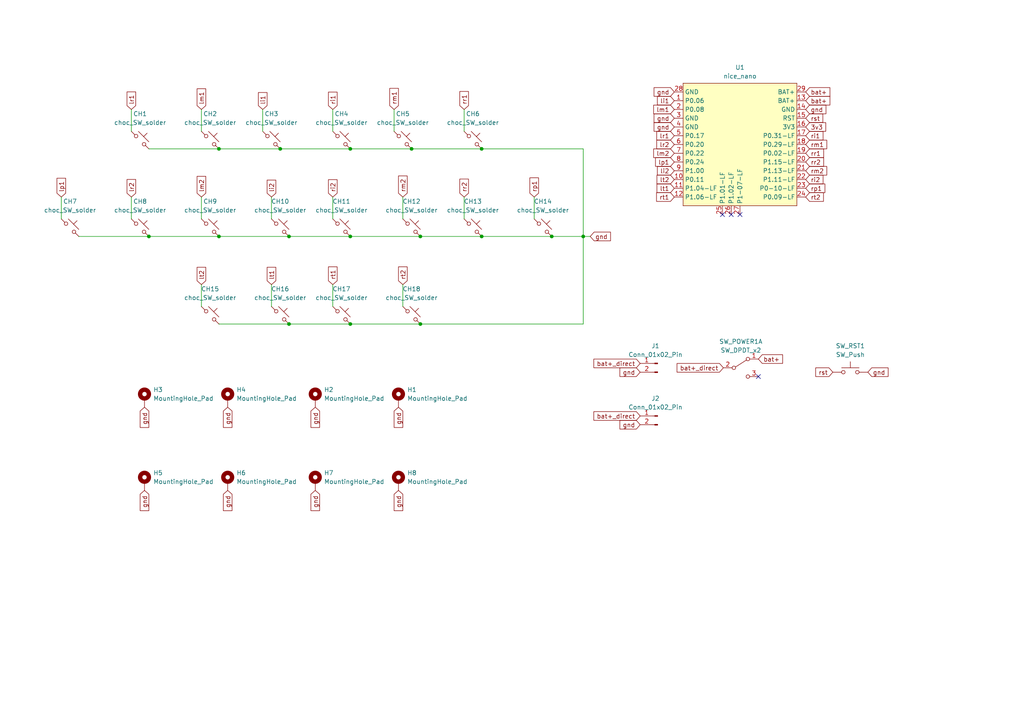
<source format=kicad_sch>
(kicad_sch (version 20230121) (generator eeschema)
  (paper "A4")
  (lib_symbols
    (symbol "Connector:Conn_01x02_Pin" (pin_names (offset 1.016) hide)
      (property "Reference" "J" (at 0 2.54 0))
      (property "Value" "Conn_01x02_Pin" (at 0 -5.08 0))
      (symbol "Conn_01x02_Pin_1_1"
        (polyline (pts (xy 1.27 -2.54) (xy 0.8636 -2.54)) (stroke (width 0.1524)))
        (polyline (pts (xy 1.27 0) (xy 0.8636 0)) (stroke (width 0.1524)))
        (rectangle (start 0.8636 -2.413) (end 0 -2.667) (stroke (width 0.1524)) (fill (type outline)))
        (rectangle (start 0.8636 0.127) (end 0 -0.127) (stroke (width 0.1524)) (fill (type outline)))
        (pin passive line (at 5.08 0 180) (length 3.81) (name "Pin_1") (number "1"))
        (pin passive line (at 5.08 -2.54 180) (length 3.81) (name "Pin_2") (number "2"))
      )
    )
    (symbol "Mechanical:MountingHole_Pad" (pin_numbers hide) (pin_names (offset 1.016) hide)
      (property "Reference" "H" (at 0 6.35 0))
      (property "Value" "MountingHole_Pad" (at 0 4.445 0))
      (symbol "MountingHole_Pad_0_1"
        (circle (center 0 1.27) (radius 1.27) (stroke (width 1.27)))
      )
      (symbol "MountingHole_Pad_1_1"
        (pin input line (at 0 -2.54 90) (length 2.54) (name "1") (number "1"))
      )
    )
    (symbol "PCM_marbastlib-choc:choc_SW_solder" (pin_numbers hide) (pin_names (offset 1.016) hide)
      (property "Reference" "CH" (at 3.048 1.016 0))
      (property "Value" "choc_SW_solder" (at 0 -3.81 0))
      (symbol "choc_SW_solder_0_1"
        (circle (center -1.1684 1.1684) (radius 0.508))
        (polyline (pts (xy -0.508 2.54) (xy 2.54 -0.508)))
        (polyline (pts (xy 1.016 1.016) (xy 2.032 2.032)))
        (polyline (pts (xy -2.54 2.54) (xy -1.524 1.524) (xy -1.524 1.524)))
        (polyline (pts (xy 1.524 -1.524) (xy 2.54 -2.54) (xy 2.54 -2.54) (xy 2.54 -2.54)))
        (circle (center 1.143 -1.1938) (radius 0.508))
        (pin passive line (at -2.54 2.54 0) (length 0) (name "1") (number "1"))
        (pin passive line (at 2.54 -2.54 180) (length 0) (name "2") (number "2"))
      )
    )
    (symbol "PCM_marbastlib-promicroish:nice_nano" (in_bom no)
      (property "Reference" "U" (at 0 22.86 0))
      (property "Value" "nice_nano" (at 0 20.32 0))
      (symbol "nice_nano_0_0"
        (pin bidirectional line (at -19.05 13.97 0) (length 2.54) (name "P0.06") (number "1"))
        (pin bidirectional line (at -19.05 -8.89 0) (length 2.54) (name "P0.11") (number "10"))
        (pin bidirectional line (at -19.05 -11.43 0) (length 2.54) (name "P1.04-LF") (number "11"))
        (pin bidirectional line (at -19.05 -13.97 0) (length 2.54) (name "P1.06-LF") (number "12"))
        (pin power_out line (at 19.05 11.43 180) (length 2.54) (name "GND") (number "14"))
        (pin bidirectional line (at 19.05 8.89 180) (length 2.54) (name "RST") (number "15"))
        (pin bidirectional line (at 19.05 3.81 180) (length 2.54) (name "P0.31-LF") (number "17"))
        (pin bidirectional line (at 19.05 1.27 180) (length 2.54) (name "P0.29-LF") (number "18"))
        (pin bidirectional line (at 19.05 -1.27 180) (length 2.54) (name "P0.02-LF") (number "19"))
        (pin bidirectional line (at -19.05 11.43 0) (length 2.54) (name "P0.08") (number "2"))
        (pin bidirectional line (at 19.05 -3.81 180) (length 2.54) (name "P1.15-LF") (number "20"))
        (pin bidirectional line (at 19.05 -6.35 180) (length 2.54) (name "P1.13-LF") (number "21"))
        (pin bidirectional line (at 19.05 -8.89 180) (length 2.54) (name "P1.11-LF") (number "22"))
        (pin bidirectional line (at 19.05 -11.43 180) (length 2.54) (name "P0-10-LF") (number "23"))
        (pin bidirectional line (at 19.05 -13.97 180) (length 2.54) (name "P0.09-LF") (number "24"))
        (pin power_out line (at -19.05 8.89 0) (length 2.54) (name "GND") (number "3"))
        (pin power_out line (at -19.05 6.35 0) (length 2.54) (name "GND") (number "4"))
        (pin bidirectional line (at -19.05 3.81 0) (length 2.54) (name "P0.17") (number "5"))
        (pin bidirectional line (at -19.05 1.27 0) (length 2.54) (name "P0.20") (number "6"))
        (pin bidirectional line (at -19.05 -1.27 0) (length 2.54) (name "P0.22") (number "7"))
        (pin bidirectional line (at -19.05 -3.81 0) (length 2.54) (name "P0.24") (number "8"))
        (pin bidirectional line (at -19.05 -6.35 0) (length 2.54) (name "P1.00") (number "9"))
      )
      (symbol "nice_nano_1_0"
        (pin power_out line (at 19.05 13.97 180) (length 2.54) (name "BAT+") (number "13"))
        (pin power_out line (at 19.05 6.35 180) (length 2.54) (name "3V3") (number "16"))
        (pin bidirectional line (at -5.08 -19.05 90) (length 2.54) (name "P1.01-LF") (number "25"))
        (pin bidirectional line (at -2.54 -19.05 90) (length 2.54) (name "P1.02-LF") (number "26"))
        (pin bidirectional line (at 0 -19.05 90) (length 2.54) (name "P1-07-LF") (number "27"))
        (pin power_out line (at -19.05 16.51 0) (length 2.54) (name "GND") (number "28"))
        (pin power_out line (at 19.05 16.51 180) (length 2.54) (name "BAT+") (number "29"))
      )
      (symbol "nice_nano_1_1"
        (rectangle (start -16.51 19.05) (end 16.51 -16.51) (fill (type background)))
      )
    )
    (symbol "Switch:SW_DPDT_x2" (pin_names (offset 0) hide)
      (property "Reference" "SW" (at 0 4.318 0))
      (property "Value" "SW_DPDT_x2" (at 0 -5.08 0))
      (symbol "SW_DPDT_x2_0_0"
        (circle (center -2.032 0) (radius 0.508))
        (circle (center 2.032 -2.54) (radius 0.508))
      )
      (symbol "SW_DPDT_x2_0_1"
        (polyline (pts (xy -1.524 0.254) (xy 1.651 2.286)))
        (circle (center 2.032 2.54) (radius 0.508))
      )
      (symbol "SW_DPDT_x2_1_1"
        (pin passive line (at 5.08 2.54 180) (length 2.54) (name "A") (number "1"))
        (pin passive line (at -5.08 0 0) (length 2.54) (name "B") (number "2"))
        (pin passive line (at 5.08 -2.54 180) (length 2.54) (name "C") (number "3"))
      )
      (symbol "SW_DPDT_x2_2_1"
        (pin passive line (at 5.08 2.54 180) (length 2.54) (name "A") (number "4"))
        (pin passive line (at -5.08 0 0) (length 2.54) (name "B") (number "5"))
        (pin passive line (at 5.08 -2.54 180) (length 2.54) (name "C") (number "6"))
      )
    )
    (symbol "Switch:SW_Push" (pin_numbers hide) (pin_names (offset 1.016) hide)
      (property "Reference" "SW" (at 1.27 2.54 0))
      (property "Value" "SW_Push" (at 0 -1.524 0))
      (symbol "SW_Push_0_1"
        (circle (center -2.032 0) (radius 0.508))
        (polyline (pts (xy 0 1.27) (xy 0 3.048)))
        (polyline (pts (xy 2.54 1.27) (xy -2.54 1.27)))
        (circle (center 2.032 0) (radius 0.508))
        (pin passive line (at -5.08 0 0) (length 2.54) (name "1") (number "1"))
        (pin passive line (at 5.08 0 180) (length 2.54) (name "2") (number "2"))
      )
    )
  )
  (junction (at 101.6 93.98))
  (junction (at 101.6 68.58))
  (junction (at 63.5 68.58))
  (junction (at 139.7 43.18))
  (junction (at 139.7 68.58))
  (junction (at 43.18 68.58))
  (junction (at 83.82 93.98))
  (junction (at 160.02 68.58))
  (junction (at 81.28 43.18))
  (junction (at 121.92 93.98))
  (junction (at 83.82 68.58))
  (junction (at 63.5 43.18))
  (junction (at 121.92 68.58))
  (junction (at 169.164 68.58))
  (junction (at 119.38 43.18))
  (junction (at 101.6 43.18))
  (no_connect (at 209.55 62.23))
  (no_connect (at 212.09 62.23))
  (no_connect (at 219.964 109.22))
  (no_connect (at 214.63 62.23))
  (wire (pts (xy 96.52 57.15) (xy 96.52 63.5)))
  (wire (pts (xy 169.164 68.58) (xy 171.196 68.58)))
  (wire (pts (xy 17.78 57.15) (xy 17.78 63.5)))
  (wire (pts (xy 38.1 31.75) (xy 38.1 38.1)))
  (wire (pts (xy 121.92 93.98) (xy 169.164 93.98)))
  (wire (pts (xy 43.18 43.18) (xy 63.5 43.18)))
  (wire (pts (xy 101.6 43.18) (xy 119.38 43.18)))
  (wire (pts (xy 116.84 82.55) (xy 116.84 88.9)))
  (wire (pts (xy 63.5 43.18) (xy 81.28 43.18)))
  (wire (pts (xy 96.52 31.75) (xy 96.52 38.1)))
  (wire (pts (xy 43.18 68.58) (xy 63.5 68.58)))
  (wire (pts (xy 154.94 57.15) (xy 154.94 63.5)))
  (wire (pts (xy 63.5 93.98) (xy 83.82 93.98)))
  (wire (pts (xy 160.02 68.58) (xy 169.164 68.58)))
  (wire (pts (xy 22.86 68.58) (xy 43.18 68.58)))
  (wire (pts (xy 78.74 82.55) (xy 78.74 88.9)))
  (wire (pts (xy 38.1 57.15) (xy 38.1 63.5)))
  (wire (pts (xy 101.6 68.58) (xy 121.92 68.58)))
  (wire (pts (xy 139.7 68.58) (xy 160.02 68.58)))
  (wire (pts (xy 114.3 31.75) (xy 114.3 38.1)))
  (wire (pts (xy 169.164 93.98) (xy 169.164 68.58)))
  (wire (pts (xy 96.52 82.55) (xy 96.52 88.9)))
  (wire (pts (xy 83.82 68.58) (xy 101.6 68.58)))
  (wire (pts (xy 78.74 57.15) (xy 78.74 63.5)))
  (wire (pts (xy 134.62 31.75) (xy 134.62 38.1)))
  (wire (pts (xy 116.84 57.15) (xy 116.84 63.5)))
  (wire (pts (xy 121.92 68.58) (xy 139.7 68.58)))
  (wire (pts (xy 63.5 68.58) (xy 83.82 68.58)))
  (wire (pts (xy 58.42 31.75) (xy 58.42 38.1)))
  (wire (pts (xy 83.82 93.98) (xy 101.6 93.98)))
  (wire (pts (xy 119.38 43.18) (xy 139.7 43.18)))
  (wire (pts (xy 139.7 43.18) (xy 169.164 43.18)))
  (wire (pts (xy 169.164 43.18) (xy 169.164 68.58)))
  (wire (pts (xy 101.6 93.98) (xy 121.92 93.98)))
  (wire (pts (xy 58.42 82.55) (xy 58.42 88.9)))
  (wire (pts (xy 81.28 43.18) (xy 101.6 43.18)))
  (wire (pts (xy 134.62 57.15) (xy 134.62 63.5)))
  (wire (pts (xy 58.42 57.15) (xy 58.42 63.5)))
  (wire (pts (xy 76.2 31.75) (xy 76.2 38.1)))
  (global_label "lt1" (shape input) (at 195.58 54.61 180) (property "Intersheetrefs" "${INTERSHEET_REFS}" (effects hide)))
  (global_label "lm2" (shape input) (at 58.42 57.15 90) (property "Intersheetrefs" "${INTERSHEET_REFS}" (effects hide)))
  (global_label "bat+" (shape input) (at 233.68 29.21 0) (property "Intersheetrefs" "${INTERSHEET_REFS}" (effects hide)))
  (global_label "gnd" (shape input) (at 91.44 118.11 270) (property "Intersheetrefs" "${INTERSHEET_REFS}" (effects hide)))
  (global_label "3v3" (shape input) (at 233.68 36.83 0) (property "Intersheetrefs" "${INTERSHEET_REFS}" (effects hide)))
  (global_label "bat+_direct" (shape input) (at 185.674 120.65 180) (property "Intersheetrefs" "${INTERSHEET_REFS}" (effects hide)))
  (global_label "gnd" (shape input) (at 251.714 107.95 0) (property "Intersheetrefs" "${INTERSHEET_REFS}" (effects hide)))
  (global_label "gnd" (shape input) (at 41.91 142.24 270) (property "Intersheetrefs" "${INTERSHEET_REFS}" (effects hide)))
  (global_label "gnd" (shape input) (at 195.58 34.29 180) (property "Intersheetrefs" "${INTERSHEET_REFS}" (effects hide)))
  (global_label "ri2" (shape input) (at 96.52 57.15 90) (property "Intersheetrefs" "${INTERSHEET_REFS}" (effects hide)))
  (global_label "rt1" (shape input) (at 195.58 57.15 180) (property "Intersheetrefs" "${INTERSHEET_REFS}" (effects hide)))
  (global_label "lp1" (shape input) (at 17.78 57.15 90) (property "Intersheetrefs" "${INTERSHEET_REFS}" (effects hide)))
  (global_label "li2" (shape input) (at 78.74 57.15 90) (property "Intersheetrefs" "${INTERSHEET_REFS}" (effects hide)))
  (global_label "lp1" (shape input) (at 195.58 46.99 180) (property "Intersheetrefs" "${INTERSHEET_REFS}" (effects hide)))
  (global_label "rm2" (shape input) (at 233.68 49.53 0) (property "Intersheetrefs" "${INTERSHEET_REFS}" (effects hide)))
  (global_label "gnd" (shape input) (at 233.68 31.75 0) (property "Intersheetrefs" "${INTERSHEET_REFS}" (effects hide)))
  (global_label "rt2" (shape input) (at 116.84 82.55 90) (property "Intersheetrefs" "${INTERSHEET_REFS}" (effects hide)))
  (global_label "gnd" (shape input) (at 115.57 118.11 270) (property "Intersheetrefs" "${INTERSHEET_REFS}" (effects hide)))
  (global_label "rr2" (shape input) (at 233.68 46.99 0) (property "Intersheetrefs" "${INTERSHEET_REFS}" (effects hide)))
  (global_label "gnd" (shape input) (at 91.44 142.24 270) (property "Intersheetrefs" "${INTERSHEET_REFS}" (effects hide)))
  (global_label "rm1" (shape input) (at 233.68 41.91 0) (property "Intersheetrefs" "${INTERSHEET_REFS}" (effects hide)))
  (global_label "bat+_direct" (shape input) (at 185.674 105.41 180) (property "Intersheetrefs" "${INTERSHEET_REFS}" (effects hide)))
  (global_label "gnd" (shape input) (at 41.91 118.11 270) (property "Intersheetrefs" "${INTERSHEET_REFS}" (effects hide)))
  (global_label "gnd" (shape input) (at 66.04 118.11 270) (property "Intersheetrefs" "${INTERSHEET_REFS}" (effects hide)))
  (global_label "li2" (shape input) (at 195.58 49.53 180) (property "Intersheetrefs" "${INTERSHEET_REFS}" (effects hide)))
  (global_label "gnd" (shape input) (at 185.674 123.19 180) (property "Intersheetrefs" "${INTERSHEET_REFS}" (effects hide)))
  (global_label "rr1" (shape input) (at 233.68 44.45 0) (property "Intersheetrefs" "${INTERSHEET_REFS}" (effects hide)))
  (global_label "rp1" (shape input) (at 154.94 57.15 90) (property "Intersheetrefs" "${INTERSHEET_REFS}" (effects hide)))
  (global_label "li1" (shape input) (at 76.2 31.75 90) (property "Intersheetrefs" "${INTERSHEET_REFS}" (effects hide)))
  (global_label "gnd" (shape input) (at 185.674 107.95 180) (property "Intersheetrefs" "${INTERSHEET_REFS}" (effects hide)))
  (global_label "rr1" (shape input) (at 134.62 31.75 90) (property "Intersheetrefs" "${INTERSHEET_REFS}" (effects hide)))
  (global_label "lr1" (shape input) (at 195.58 39.37 180) (property "Intersheetrefs" "${INTERSHEET_REFS}" (effects hide)))
  (global_label "rst" (shape input) (at 233.68 34.29 0) (property "Intersheetrefs" "${INTERSHEET_REFS}" (effects hide)))
  (global_label "gnd" (shape input) (at 115.57 142.24 270) (property "Intersheetrefs" "${INTERSHEET_REFS}" (effects hide)))
  (global_label "li1" (shape input) (at 195.58 29.21 180) (property "Intersheetrefs" "${INTERSHEET_REFS}" (effects hide)))
  (global_label "rm2" (shape input) (at 116.84 57.15 90) (property "Intersheetrefs" "${INTERSHEET_REFS}" (effects hide)))
  (global_label "ri1" (shape input) (at 96.52 31.75 90) (property "Intersheetrefs" "${INTERSHEET_REFS}" (effects hide)))
  (global_label "lr2" (shape input) (at 195.58 41.91 180) (property "Intersheetrefs" "${INTERSHEET_REFS}" (effects hide)))
  (global_label "ri1" (shape input) (at 233.68 39.37 0) (property "Intersheetrefs" "${INTERSHEET_REFS}" (effects hide)))
  (global_label "lt1" (shape input) (at 78.74 82.55 90) (property "Intersheetrefs" "${INTERSHEET_REFS}" (effects hide)))
  (global_label "lt2" (shape input) (at 58.42 82.55 90) (property "Intersheetrefs" "${INTERSHEET_REFS}" (effects hide)))
  (global_label "lm2" (shape input) (at 195.58 44.45 180) (property "Intersheetrefs" "${INTERSHEET_REFS}" (effects hide)))
  (global_label "rt2" (shape input) (at 233.68 57.15 0) (property "Intersheetrefs" "${INTERSHEET_REFS}" (effects hide)))
  (global_label "gnd" (shape input) (at 195.58 36.83 180) (property "Intersheetrefs" "${INTERSHEET_REFS}" (effects hide)))
  (global_label "gnd" (shape input) (at 195.58 26.67 180) (property "Intersheetrefs" "${INTERSHEET_REFS}" (effects hide)))
  (global_label "rt1" (shape input) (at 96.52 82.55 90) (property "Intersheetrefs" "${INTERSHEET_REFS}" (effects hide)))
  (global_label "lt2" (shape input) (at 195.58 52.07 180) (property "Intersheetrefs" "${INTERSHEET_REFS}" (effects hide)))
  (global_label "bat+" (shape input) (at 219.964 104.14 0) (property "Intersheetrefs" "${INTERSHEET_REFS}" (effects hide)))
  (global_label "ri2" (shape input) (at 233.68 52.07 0) (property "Intersheetrefs" "${INTERSHEET_REFS}" (effects hide)))
  (global_label "bat+" (shape input) (at 233.68 26.67 0) (property "Intersheetrefs" "${INTERSHEET_REFS}" (effects hide)))
  (global_label "lm1" (shape input) (at 195.58 31.75 180) (property "Intersheetrefs" "${INTERSHEET_REFS}" (effects hide)))
  (global_label "lm1" (shape input) (at 58.42 31.75 90) (property "Intersheetrefs" "${INTERSHEET_REFS}" (effects hide)))
  (global_label "gnd" (shape input) (at 171.196 68.58 0) (property "Intersheetrefs" "${INTERSHEET_REFS}" (effects hide)))
  (global_label "rp1" (shape input) (at 233.68 54.61 0) (property "Intersheetrefs" "${INTERSHEET_REFS}" (effects hide)))
  (global_label "rm1" (shape input) (at 114.3 31.75 90) (property "Intersheetrefs" "${INTERSHEET_REFS}" (effects hide)))
  (global_label "lr1" (shape input) (at 38.1 31.75 90) (property "Intersheetrefs" "${INTERSHEET_REFS}" (effects hide)))
  (global_label "bat+_direct" (shape input) (at 209.804 106.68 180) (property "Intersheetrefs" "${INTERSHEET_REFS}" (effects hide)))
  (global_label "rst" (shape input) (at 241.554 107.95 180) (property "Intersheetrefs" "${INTERSHEET_REFS}" (effects hide)))
  (global_label "gnd" (shape input) (at 66.04 142.24 270) (property "Intersheetrefs" "${INTERSHEET_REFS}" (effects hide)))
  (global_label "rr2" (shape input) (at 134.62 57.15 90) (property "Intersheetrefs" "${INTERSHEET_REFS}" (effects hide)))
  (global_label "lr2" (shape input) (at 38.1 57.15 90) (property "Intersheetrefs" "${INTERSHEET_REFS}" (effects hide)))
  (symbol (lib_id "Mechanical:MountingHole_Pad") (at 115.57 139.7 0) (unit 1)
    (property "Reference" "H8" (at 118.11 137.16 0) (effects (justify left)))
    (property "Value" "MountingHole_Pad" (at 118.11 139.7 0) (effects (justify left)))
    (property "Footprint" "BeiBob:MountingHole_2.2mm_M2_Pad_Via_nosilk" (effects hide))
  )
  (symbol (lib_id "PCM_marbastlib-choc:choc_SW_solder") (at 81.28 66.04 0) (unit 1)
    (property "Reference" "CH10" (at 81.28 58.42 0))
    (property "Value" "choc_SW_solder" (at 81.28 60.96 0))
    (property "Footprint" "PCM_marbastlib-choc:SW_choc_v1_HS_CPG135001S30_1u" (effects hide))
  )
  (symbol (lib_id "PCM_marbastlib-choc:choc_SW_solder") (at 119.38 91.44 0) (unit 1)
    (property "Reference" "CH18" (at 119.38 83.82 0))
    (property "Value" "choc_SW_solder" (at 119.38 86.36 0))
    (property "Footprint" "PCM_marbastlib-choc:SW_choc_v1_HS_CPG135001S30_1.5u" (effects hide))
  )
  (symbol (lib_id "PCM_marbastlib-choc:choc_SW_solder") (at 137.16 66.04 0) (unit 1)
    (property "Reference" "CH13" (at 137.16 58.42 0))
    (property "Value" "choc_SW_solder" (at 137.16 60.96 0))
    (property "Footprint" "PCM_marbastlib-choc:SW_choc_v1_HS_CPG135001S30_1u" (effects hide))
  )
  (symbol (lib_id "Mechanical:MountingHole_Pad") (at 91.44 139.7 0) (unit 1)
    (property "Reference" "H7" (at 93.98 137.16 0) (effects (justify left)))
    (property "Value" "MountingHole_Pad" (at 93.98 139.7 0) (effects (justify left)))
    (property "Footprint" "BeiBob:MountingHole_2.2mm_M2_Pad_Via_nosilk" (effects hide))
  )
  (symbol (lib_id "PCM_marbastlib-choc:choc_SW_solder") (at 137.16 40.64 0) (unit 1)
    (property "Reference" "CH6" (at 137.16 33.02 0))
    (property "Value" "choc_SW_solder" (at 137.16 35.56 0))
    (property "Footprint" "PCM_marbastlib-choc:SW_choc_v1_HS_CPG135001S30_1u" (effects hide))
  )
  (symbol (lib_id "PCM_marbastlib-choc:choc_SW_solder") (at 40.64 66.04 0) (unit 1)
    (property "Reference" "CH8" (at 40.64 58.42 0))
    (property "Value" "choc_SW_solder" (at 40.64 60.96 0))
    (property "Footprint" "PCM_marbastlib-choc:SW_choc_v1_HS_CPG135001S30_1u" (effects hide))
  )
  (symbol (lib_id "Mechanical:MountingHole_Pad") (at 91.44 115.57 0) (unit 1)
    (property "Reference" "H2" (at 93.98 113.03 0) (effects (justify left)))
    (property "Value" "MountingHole_Pad" (at 93.98 115.57 0) (effects (justify left)))
    (property "Footprint" "BeiBob:MountingHole_2.2mm_M2_Pad_Via_nosilk" (effects hide))
  )
  (symbol (lib_id "PCM_marbastlib-choc:choc_SW_solder") (at 116.84 40.64 0) (unit 1)
    (property "Reference" "CH5" (at 116.84 33.02 0))
    (property "Value" "choc_SW_solder" (at 116.84 35.56 0))
    (property "Footprint" "PCM_marbastlib-choc:SW_choc_v1_HS_CPG135001S30_1u" (effects hide))
  )
  (symbol (lib_id "PCM_marbastlib-promicroish:nice_nano") (at 214.63 43.18 0) (unit 1) (in_bom no)
    (property "Reference" "U1" (at 214.63 19.558 0))
    (property "Value" "nice_nano" (at 214.63 22.098 0))
    (property "Footprint" "PCM_marbastlib-xp-promicroish:nice_nano_AH_USBup" (effects hide))
    (property "Datasheet" "https://nicekeyboards.com/docs/nice-nano/pinout-schematic" (effects hide))
  )
  (symbol (lib_id "Mechanical:MountingHole_Pad") (at 66.04 115.57 0) (unit 1)
    (property "Reference" "H4" (at 68.58 113.03 0) (effects (justify left)))
    (property "Value" "MountingHole_Pad" (at 68.58 115.57 0) (effects (justify left)))
    (property "Footprint" "BeiBob:MountingHole_2.2mm_M2_Pad_Via_nosilk" (effects hide))
  )
  (symbol (lib_id "PCM_marbastlib-choc:choc_SW_solder") (at 78.74 40.64 0) (unit 1)
    (property "Reference" "CH3" (at 78.74 33.02 0))
    (property "Value" "choc_SW_solder" (at 78.74 35.56 0))
    (property "Footprint" "PCM_marbastlib-choc:SW_choc_v1_HS_CPG135001S30_1u" (effects hide))
  )
  (symbol (lib_id "PCM_marbastlib-choc:choc_SW_solder") (at 99.06 66.04 0) (unit 1)
    (property "Reference" "CH11" (at 99.06 58.42 0))
    (property "Value" "choc_SW_solder" (at 99.06 60.96 0))
    (property "Footprint" "PCM_marbastlib-choc:SW_choc_v1_HS_CPG135001S30_1u" (effects hide))
  )
  (symbol (lib_id "Mechanical:MountingHole_Pad") (at 41.91 115.57 0) (unit 1)
    (property "Reference" "H3" (at 44.45 113.03 0) (effects (justify left)))
    (property "Value" "MountingHole_Pad" (at 44.45 115.57 0) (effects (justify left)))
    (property "Footprint" "BeiBob:MountingHole_2.2mm_M2_Pad_Via_nosilk" (effects hide))
  )
  (symbol (lib_id "Switch:SW_Push") (at 246.634 107.95 0) (unit 1)
    (property "Reference" "SW_RST1" (at 246.634 100.33 0))
    (property "Value" "SW_Push" (at 246.634 102.87 0))
    (property "Footprint" "BeiBob:SW_ResetSW" (effects hide))
  )
  (symbol (lib_id "PCM_marbastlib-choc:choc_SW_solder") (at 119.38 66.04 0) (unit 1)
    (property "Reference" "CH12" (at 119.38 58.42 0))
    (property "Value" "choc_SW_solder" (at 119.38 60.96 0))
    (property "Footprint" "PCM_marbastlib-choc:SW_choc_v1_HS_CPG135001S30_1u" (effects hide))
  )
  (symbol (lib_id "PCM_marbastlib-choc:choc_SW_solder") (at 99.06 91.44 0) (unit 1)
    (property "Reference" "CH17" (at 99.06 83.82 0))
    (property "Value" "choc_SW_solder" (at 99.06 86.36 0))
    (property "Footprint" "PCM_marbastlib-choc:SW_choc_v1_HS_CPG135001S30_1.5u" (effects hide))
  )
  (symbol (lib_id "PCM_marbastlib-choc:choc_SW_solder") (at 20.32 66.04 0) (unit 1)
    (property "Reference" "CH7" (at 20.32 58.42 0))
    (property "Value" "choc_SW_solder" (at 20.32 60.96 0))
    (property "Footprint" "PCM_marbastlib-choc:SW_choc_v1_HS_CPG135001S30_1.5u" (effects hide))
  )
  (symbol (lib_id "PCM_marbastlib-choc:choc_SW_solder") (at 99.06 40.64 0) (unit 1)
    (property "Reference" "CH4" (at 99.06 33.02 0))
    (property "Value" "choc_SW_solder" (at 99.06 35.56 0))
    (property "Footprint" "PCM_marbastlib-choc:SW_choc_v1_HS_CPG135001S30_1u" (effects hide))
  )
  (symbol (lib_id "Connector:Conn_01x02_Pin") (at 190.754 120.65 0) (mirror y) (unit 1)
    (property "Reference" "J2" (at 190.119 115.57 0))
    (property "Value" "Conn_01x02_Pin" (at 190.119 118.11 0))
    (property "Footprint" "Connector_PinHeader_2.54mm:PinHeader_1x02_P2.54mm_Vertical" (effects hide))
  )
  (symbol (lib_id "PCM_marbastlib-choc:choc_SW_solder") (at 157.48 66.04 0) (unit 1)
    (property "Reference" "CH14" (at 157.48 58.42 0))
    (property "Value" "choc_SW_solder" (at 157.48 60.96 0))
    (property "Footprint" "PCM_marbastlib-choc:SW_choc_v1_HS_CPG135001S30_1.5u" (effects hide))
  )
  (symbol (lib_id "Mechanical:MountingHole_Pad") (at 41.91 139.7 0) (unit 1)
    (property "Reference" "H5" (at 44.45 137.16 0) (effects (justify left)))
    (property "Value" "MountingHole_Pad" (at 44.45 139.7 0) (effects (justify left)))
    (property "Footprint" "BeiBob:MountingHole_2.2mm_M2_Pad_Via_nosilk" (effects hide))
  )
  (symbol (lib_id "PCM_marbastlib-choc:choc_SW_solder") (at 40.64 40.64 0) (unit 1)
    (property "Reference" "CH1" (at 40.64 33.02 0))
    (property "Value" "choc_SW_solder" (at 40.64 35.56 0))
    (property "Footprint" "PCM_marbastlib-choc:SW_choc_v1_HS_CPG135001S30_1u" (effects hide))
  )
  (symbol (lib_id "PCM_marbastlib-choc:choc_SW_solder") (at 60.96 40.64 0) (unit 1)
    (property "Reference" "CH2" (at 60.96 33.02 0))
    (property "Value" "choc_SW_solder" (at 60.96 35.56 0))
    (property "Footprint" "PCM_marbastlib-choc:SW_choc_v1_HS_CPG135001S30_1u" (effects hide))
  )
  (symbol (lib_id "Mechanical:MountingHole_Pad") (at 66.04 139.7 0) (unit 1)
    (property "Reference" "H6" (at 68.58 137.16 0) (effects (justify left)))
    (property "Value" "MountingHole_Pad" (at 68.58 139.7 0) (effects (justify left)))
    (property "Footprint" "BeiBob:MountingHole_2.2mm_M2_Pad_Via_nosilk" (effects hide))
  )
  (symbol (lib_id "Mechanical:MountingHole_Pad") (at 115.57 115.57 0) (unit 1)
    (property "Reference" "H1" (at 118.11 113.03 0) (effects (justify left)))
    (property "Value" "MountingHole_Pad" (at 118.11 115.57 0) (effects (justify left)))
    (property "Footprint" "BeiBob:MountingHole_2.2mm_M2_Pad_Via_nosilk" (effects hide))
  )
  (symbol (lib_id "Connector:Conn_01x02_Pin") (at 190.754 105.41 0) (mirror y) (unit 1)
    (property "Reference" "J1" (at 190.119 100.33 0))
    (property "Value" "Conn_01x02_Pin" (at 190.119 102.87 0))
    (property "Footprint" "Connector_JST:JST_GH_SM02B-GHS-TB_1x02-1MP_P1.25mm_Horizontal" (effects hide))
  )
  (symbol (lib_id "PCM_marbastlib-choc:choc_SW_solder") (at 60.96 66.04 0) (unit 1)
    (property "Reference" "CH9" (at 60.96 58.42 0))
    (property "Value" "choc_SW_solder" (at 60.96 60.96 0))
    (property "Footprint" "PCM_marbastlib-choc:SW_choc_v1_HS_CPG135001S30_1u" (effects hide))
  )
  (symbol (lib_id "Switch:SW_DPDT_x2") (at 214.884 106.68 0) (unit 1)
    (property "Reference" "SW_POWER1" (at 214.884 99.06 0))
    (property "Value" "SW_DPDT_x2" (at 214.884 101.6 0))
    (property "Footprint" "PCM_marbastlib-various:SW_MSK12C02-HB" (effects hide))
  )
  (symbol (lib_id "PCM_marbastlib-choc:choc_SW_solder") (at 60.96 91.44 0) (unit 1)
    (property "Reference" "CH15" (at 60.96 83.82 0))
    (property "Value" "choc_SW_solder" (at 60.96 86.36 0))
    (property "Footprint" "PCM_marbastlib-choc:SW_choc_v1_HS_CPG135001S30_1.5u" (effects hide))
  )
  (symbol (lib_id "PCM_marbastlib-choc:choc_SW_solder") (at 81.28 91.44 0) (unit 1)
    (property "Reference" "CH16" (at 81.28 83.82 0))
    (property "Value" "choc_SW_solder" (at 81.28 86.36 0))
    (property "Footprint" "PCM_marbastlib-choc:SW_choc_v1_HS_CPG135001S30_1.5u" (effects hide))
  )
)
</source>
